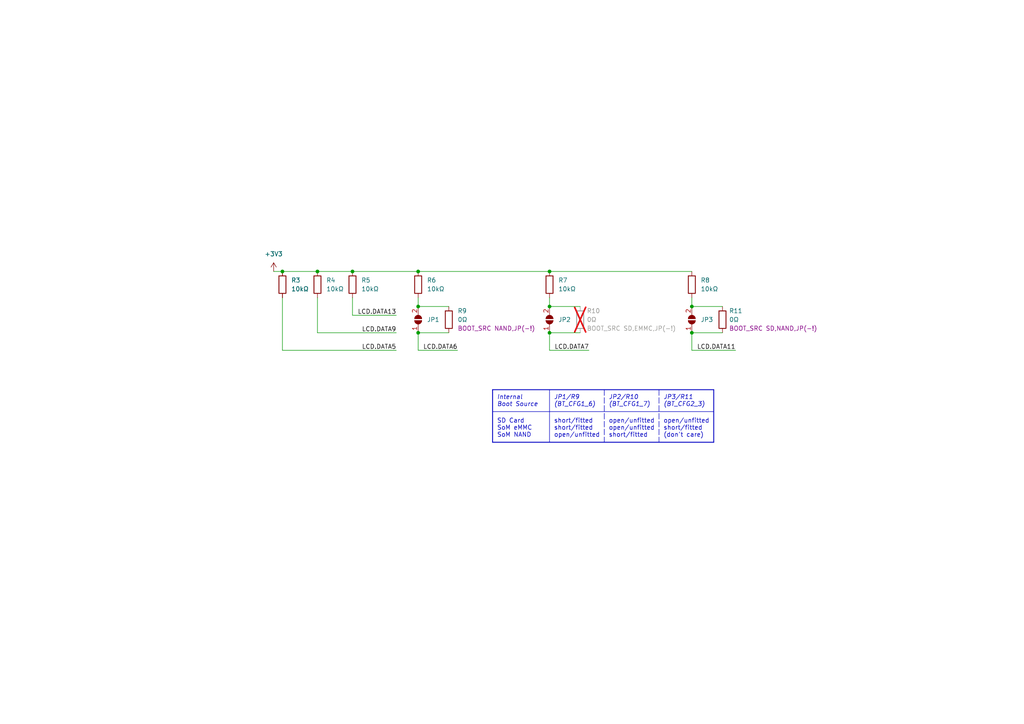
<source format=kicad_sch>
(kicad_sch (version 20231120) (generator "eeschema") (generator_version "8.0")
  (paper "A4")
  (title_block (title "KiVar Demo") (date "2024-01-05") (company "Author: Mark Hämmerling <dev@markh.de>") (comment 1 "https://github.com/markh-de/KiVar") (comment 4 "Boot Source Selection"))
  (lib_symbols
    (symbol "Device:R" (pin_numbers hide) (pin_names (offset 0))
      (property "Reference" "R" (at 2.032 0 90))
      (property "Value" "R" (at 0 0 90))
      (symbol "R_0_1"
        (rectangle (start -1.016 -2.54) (end 1.016 2.54) (stroke (width 0.254)))
      )
      (symbol "R_1_1"
        (pin passive line (at 0 3.81 270) (length 1.27) (name "~") (number "1"))
        (pin passive line (at 0 -3.81 90) (length 1.27) (name "~") (number "2"))
      )
    )
    (symbol "Jumper:SolderJumper_2_Open" (pin_names (offset 0) hide)
      (property "Reference" "JP" (at 0 2.032 0))
      (property "Value" "SolderJumper_2_Open" (at 0 -2.54 0))
      (symbol "SolderJumper_2_Open_0_1"
        (arc (start -0.254 1.016) (mid -1.2656 0) (end -0.254 -1.016))
        (arc (start -0.254 1.016) (mid -1.2656 0) (end -0.254 -1.016) (fill (type outline)))
        (polyline (pts (xy -0.254 1.016) (xy -0.254 -1.016)))
        (polyline (pts (xy 0.254 1.016) (xy 0.254 -1.016)))
        (arc (start 0.254 -1.016) (mid 1.2656 0) (end 0.254 1.016))
        (arc (start 0.254 -1.016) (mid 1.2656 0) (end 0.254 1.016) (fill (type outline)))
      )
      (symbol "SolderJumper_2_Open_1_1"
        (pin passive line (at -3.81 0 0) (length 2.54) (name "A") (number "1"))
        (pin passive line (at 3.81 0 180) (length 2.54) (name "B") (number "2"))
      )
    )
    (symbol "power:+3V3" (power) (pin_names (offset 0))
      (property "Value" "+3V3" (at 0 3.556 0))
      (symbol "+3V3_0_1"
        (polyline (pts (xy -0.762 1.27) (xy 0 2.54)))
        (polyline (pts (xy 0 0) (xy 0 2.54)))
        (polyline (pts (xy 0 2.54) (xy 0.762 1.27)))
      )
      (symbol "+3V3_1_1"
        (pin power_in line (at 0 0 90) (length 0) hide (name "+3V3") (number "1"))
      )
    )
  )
  (junction (at 102.235 78.74))
  (junction (at 121.285 78.74))
  (junction (at 200.66 96.52))
  (junction (at 92.075 78.74))
  (junction (at 121.285 88.9))
  (junction (at 200.66 88.9))
  (junction (at 159.385 96.52))
  (junction (at 159.385 78.74))
  (junction (at 159.385 88.9))
  (junction (at 121.285 96.52))
  (junction (at 81.915 78.74))
  (wire (pts (xy 121.285 96.52) (xy 121.285 101.6)))
  (wire (pts (xy 114.935 101.6) (xy 81.915 101.6)))
  (wire (pts (xy 200.66 88.9) (xy 209.55 88.9)))
  (wire (pts (xy 121.285 96.52) (xy 130.175 96.52)))
  (polyline (pts (xy 142.875 113.03) (xy 142.875 128.27)) (stroke (width 0.254) (type solid)))
  (wire (pts (xy 121.285 78.74) (xy 159.385 78.74)))
  (wire (pts (xy 159.385 78.74) (xy 200.66 78.74)))
  (wire (pts (xy 114.935 91.44) (xy 102.235 91.44)))
  (wire (pts (xy 79.375 78.74) (xy 81.915 78.74)))
  (wire (pts (xy 159.385 101.6) (xy 170.815 101.6)))
  (wire (pts (xy 92.075 86.36) (xy 92.075 96.52)))
  (wire (pts (xy 200.66 88.9) (xy 200.66 86.36)))
  (polyline (pts (xy 207.01 128.27) (xy 142.875 128.27)) (stroke (width 0.254) (type solid)))
  (wire (pts (xy 132.715 101.6) (xy 121.285 101.6)))
  (polyline (pts (xy 207.01 119.38) (xy 142.875 119.38)) (stroke (width 0.1524) (type solid)))
  (polyline (pts (xy 207.01 113.03) (xy 207.01 128.27)) (stroke (width 0.254) (type solid)))
  (wire (pts (xy 159.385 88.9) (xy 168.275 88.9)))
  (wire (pts (xy 102.235 86.36) (xy 102.235 91.44)))
  (polyline (pts (xy 175.26 113.03) (xy 175.26 128.27)) (stroke (width 0.1524) (type dash)))
  (wire (pts (xy 92.075 78.74) (xy 102.235 78.74)))
  (wire (pts (xy 159.385 96.52) (xy 168.275 96.52)))
  (wire (pts (xy 200.66 96.52) (xy 200.66 101.6)))
  (wire (pts (xy 200.66 96.52) (xy 209.55 96.52)))
  (polyline (pts (xy 159.385 113.03) (xy 159.385 128.27)) (stroke (width 0.1524) (type solid)))
  (wire (pts (xy 81.915 78.74) (xy 92.075 78.74)))
  (wire (pts (xy 102.235 78.74) (xy 121.285 78.74)))
  (polyline (pts (xy 191.135 113.03) (xy 191.135 128.27)) (stroke (width 0.1524) (type dash)))
  (wire (pts (xy 81.915 86.36) (xy 81.915 101.6)))
  (wire (pts (xy 121.285 88.9) (xy 121.285 86.36)))
  (wire (pts (xy 159.385 88.9) (xy 159.385 86.36)))
  (wire (pts (xy 200.66 101.6) (xy 213.36 101.6)))
  (polyline (pts (xy 207.01 113.03) (xy 142.875 113.03)) (stroke (width 0.254) (type solid)))
  (wire (pts (xy 121.285 88.9) (xy 130.175 88.9)))
  (wire (pts (xy 114.935 96.52) (xy 92.075 96.52)))
  (wire (pts (xy 159.385 96.52) (xy 159.385 101.6)))
  (text "Internal\nBoot Source" (at 144.145 118.11 0) (effects (font (size 1.27 1.27) (italic yes)) (justify left bottom)))
  (text "open/unfitted\nopen/unfitted\nshort/fitted" (at 176.53 127 0) (effects (font (size 1.27 1.27)) (justify left bottom)))
  (text "SD Card\nSoM eMMC\nSoM NAND" (at 144.145 127 0) (effects (font (size 1.27 1.27)) (justify left bottom)))
  (text "${3bbceba0-eaa0-4152-b1b9-b1bd1abfb625:REFERENCE}/${ba45e535-493c-4b78-88ea-d29e167d7324:REFERENCE}\n(BT_CFG1_7)\n" (at 176.53 118.11 0) (effects (font (size 1.27 1.27) (italic yes)) (justify left bottom)))
  (text "${ca5cfd02-335b-47ae-bfc9-4a86cfbf38aa:REFERENCE}/${d11fb2ac-e945-42aa-a1ec-cde596cb273c:REFERENCE}\n(BT_CFG2_3)" (at 192.405 118.11 0) (effects (font (size 1.27 1.27) (italic yes)) (justify left bottom)))
  (text "short/fitted\nshort/fitted\nopen/unfitted" (at 160.655 127 0) (effects (font (size 1.27 1.27)) (justify left bottom)))
  (text "open/unfitted\nshort/fitted\n(don't care)" (at 192.405 127 0) (effects (font (size 1.27 1.27)) (justify left bottom)))
  (text "${0cae3ae8-fba4-4e9c-8564-4ed770a81597:REFERENCE}/${730ed1d1-b7f3-4cc2-b7e6-bb531a213568:REFERENCE}\n(BT_CFG1_6)" (at 160.655 118.11 0) (effects (font (size 1.27 1.27) (italic yes)) (justify left bottom)))
  (label "LCD.DATA5" (at 114.935 101.6 180))
  (label "LCD.DATA6" (at 132.715 101.6 180))
  (label "LCD.DATA9" (at 114.935 96.52 180))
  (label "LCD.DATA11" (at 213.36 101.6 180))
  (label "LCD.DATA7" (at 170.815 101.6 180))
  (label "LCD.DATA13" (at 114.935 91.44 180))
  (symbol (lib_id "Jumper:SolderJumper_2_Open") (at 121.285 92.71 90) (unit 1) (in_bom no)
    (property "Reference" "JP1" (at 123.825 92.7099 90) (effects (justify right)))
    (property "Value" "BT_CFG1_6" (effects (hide yes)))
    (property "Footprint" "Jumper:SolderJumper-2_P1.3mm_Open_RoundedPad1.0x1.5mm" (effects (hide yes)))
    (property "Description" "Solder Jumper, 2-pole, open" (effects (hide yes)))
  )
  (symbol (lib_id "power:+3V3") (at 79.375 78.74 0) (unit 1)
    (property "Reference" "#PWR08" (effects (hide yes)))
    (property "Value" "+3V3" (at 79.375 73.66 0))
    (property "Description" "Power symbol creates a global label with name \"+3V3\"" (effects (hide yes)))
  )
  (symbol (lib_id "Jumper:SolderJumper_2_Open") (at 159.385 92.71 90) (unit 1) (in_bom no)
    (property "Reference" "JP2" (at 161.925 92.7099 90) (effects (justify right)))
    (property "Value" "BT_CFG1_7" (effects (hide yes)))
    (property "Footprint" "Jumper:SolderJumper-2_P1.3mm_Open_RoundedPad1.0x1.5mm" (effects (hide yes)))
    (property "Description" "Solder Jumper, 2-pole, open" (effects (hide yes)))
  )
  (symbol (lib_id "Device:R") (at 130.175 92.71 0) (mirror x) (unit 1)
    (property "Reference" "R9" (at 132.715 90.1699 0) (effects (justify left)))
    (property "Value" "0Ω" (at 132.715 92.7099 0) (effects (justify left)))
    (property "Footprint" "Resistor_SMD:R_0402_1005Metric" (effects (hide yes)))
    (property "KiVar.Rule" "BOOT_SRC NAND,JP(-!)" (at 132.715 95.2499 0) (effects (justify left)))
  )
  (symbol (lib_id "Device:R") (at 81.915 82.55 180) (unit 1)
    (property "Reference" "R3" (at 84.455 81.2799 0) (effects (justify right)))
    (property "Value" "10kΩ" (at 84.455 83.82 0) (effects (justify right)))
    (property "Footprint" "Resistor_SMD:R_0402_1005Metric" (effects (hide yes)))
  )
  (symbol (lib_id "Device:R") (at 159.385 82.55 180) (unit 1)
    (property "Reference" "R7" (at 161.925 81.2799 0) (effects (justify right)))
    (property "Value" "10kΩ" (at 161.925 83.82 0) (effects (justify right)))
    (property "Footprint" "Resistor_SMD:R_0402_1005Metric" (effects (hide yes)))
  )
  (symbol (lib_id "Device:R") (at 121.285 82.55 180) (unit 1)
    (property "Reference" "R6" (at 123.825 81.2799 0) (effects (justify right)))
    (property "Value" "10kΩ" (at 123.825 83.82 0) (effects (justify right)))
    (property "Footprint" "Resistor_SMD:R_0402_1005Metric" (effects (hide yes)))
  )
  (symbol (lib_id "Device:R") (at 102.235 82.55 180) (unit 1)
    (property "Reference" "R5" (at 104.775 81.2799 0) (effects (justify right)))
    (property "Value" "10kΩ" (at 104.775 83.82 0) (effects (justify right)))
    (property "Footprint" "Resistor_SMD:R_0402_1005Metric" (effects (hide yes)))
  )
  (symbol (lib_id "Device:R") (at 168.275 92.71 0) (mirror x) (unit 1) (in_bom no) (dnp yes)
    (property "Reference" "R10" (at 170.18 90.1699 0) (effects (justify left)))
    (property "Value" "0Ω" (at 170.18 92.7099 0) (effects (justify left)))
    (property "Footprint" "Resistor_SMD:R_0402_1005Metric" (effects (hide yes)))
    (property "KiVar.Rule" "BOOT_SRC SD,EMMC,JP(-!)" (at 170.18 95.2499 0) (effects (justify left)))
  )
  (symbol (lib_id "Jumper:SolderJumper_2_Open") (at 200.66 92.71 90) (unit 1) (in_bom no)
    (property "Reference" "JP3" (at 203.2 92.7099 90) (effects (justify right)))
    (property "Value" "BT_CFG2_3" (effects (hide yes)))
    (property "Footprint" "Jumper:SolderJumper-2_P1.3mm_Open_RoundedPad1.0x1.5mm" (effects (hide yes)))
    (property "Description" "Solder Jumper, 2-pole, open" (effects (hide yes)))
  )
  (symbol (lib_id "Device:R") (at 209.55 92.71 0) (mirror x) (unit 1)
    (property "Reference" "R11" (at 211.455 90.1699 0) (effects (justify left)))
    (property "Value" "0Ω" (at 211.455 92.7099 0) (effects (justify left)))
    (property "Footprint" "Resistor_SMD:R_0402_1005Metric" (effects (hide yes)))
    (property "KiVar.Rule" "BOOT_SRC SD,NAND,JP(-!)" (at 211.455 95.2499 0) (effects (justify left)))
  )
  (symbol (lib_id "Device:R") (at 92.075 82.55 180) (unit 1)
    (property "Reference" "R4" (at 94.615 81.2799 0) (effects (justify right)))
    (property "Value" "10kΩ" (at 94.615 83.82 0) (effects (justify right)))
    (property "Footprint" "Resistor_SMD:R_0402_1005Metric" (effects (hide yes)))
  )
  (symbol (lib_id "Device:R") (at 200.66 82.55 180) (unit 1)
    (property "Reference" "R8" (at 203.2 81.2799 0) (effects (justify right)))
    (property "Value" "10kΩ" (at 203.2 83.82 0) (effects (justify right)))
    (property "Footprint" "Resistor_SMD:R_0402_1005Metric" (effects (hide yes)))
  )
)
</source>
